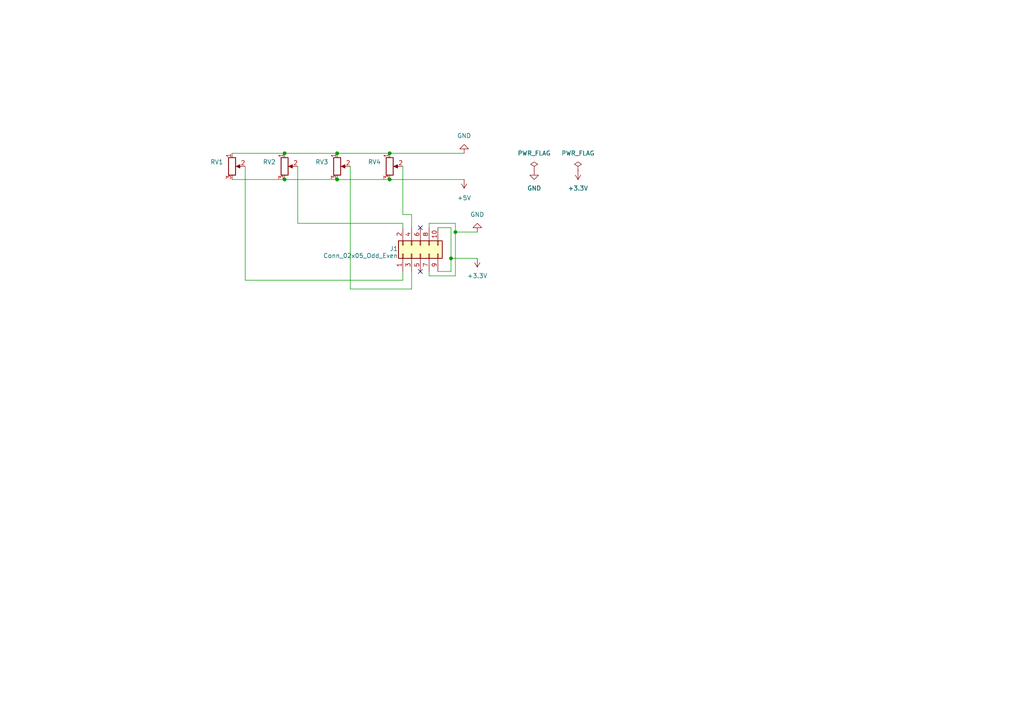
<source format=kicad_sch>
(kicad_sch (version 20231120) (generator "eeschema") (generator_version "8.0")
  (paper "A4")
  (title_block (title "knobs_1x4"))
  (lib_symbols
    (symbol "Connector_Generic:Conn_02x05_Odd_Even" (pin_names (offset 1.016) hide)
      (property "Reference" "J" (at 1.27 7.62 0))
      (property "Value" "Conn_02x05_Odd_Even" (at 1.27 -7.62 0))
      (symbol "Conn_02x05_Odd_Even_1_1"
        (rectangle (start -1.27 -4.953) (end 0 -5.207) (stroke (width 0.1524)))
        (rectangle (start -1.27 -2.413) (end 0 -2.667) (stroke (width 0.1524)))
        (rectangle (start -1.27 0.127) (end 0 -0.127) (stroke (width 0.1524)))
        (rectangle (start -1.27 2.667) (end 0 2.413) (stroke (width 0.1524)))
        (rectangle (start -1.27 5.207) (end 0 4.953) (stroke (width 0.1524)))
        (rectangle (start -1.27 6.35) (end 3.81 -6.35) (stroke (width 0.254)) (fill (type background)))
        (rectangle (start 3.81 -4.953) (end 2.54 -5.207) (stroke (width 0.1524)))
        (rectangle (start 3.81 -2.413) (end 2.54 -2.667) (stroke (width 0.1524)))
        (rectangle (start 3.81 0.127) (end 2.54 -0.127) (stroke (width 0.1524)))
        (rectangle (start 3.81 2.667) (end 2.54 2.413) (stroke (width 0.1524)))
        (rectangle (start 3.81 5.207) (end 2.54 4.953) (stroke (width 0.1524)))
        (pin passive line (at -5.08 5.08 0) (length 3.81) (name "Pin_1") (number "1"))
        (pin passive line (at 7.62 -5.08 180) (length 3.81) (name "Pin_10") (number "10"))
        (pin passive line (at 7.62 5.08 180) (length 3.81) (name "Pin_2") (number "2"))
        (pin passive line (at -5.08 2.54 0) (length 3.81) (name "Pin_3") (number "3"))
        (pin passive line (at 7.62 2.54 180) (length 3.81) (name "Pin_4") (number "4"))
        (pin passive line (at -5.08 0 0) (length 3.81) (name "Pin_5") (number "5"))
        (pin passive line (at 7.62 0 180) (length 3.81) (name "Pin_6") (number "6"))
        (pin passive line (at -5.08 -2.54 0) (length 3.81) (name "Pin_7") (number "7"))
        (pin passive line (at 7.62 -2.54 180) (length 3.81) (name "Pin_8") (number "8"))
        (pin passive line (at -5.08 -5.08 0) (length 3.81) (name "Pin_9") (number "9"))
      )
    )
    (symbol "Device:R_Potentiometer" (pin_names (offset 1.016) hide)
      (property "Reference" "RV" (at -4.445 0 90))
      (property "Value" "R_Potentiometer" (at -2.54 0 90))
      (symbol "R_Potentiometer_0_1"
        (polyline (pts (xy 2.54 0) (xy 1.524 0)))
        (polyline (pts (xy 1.143 0) (xy 2.286 0.508) (xy 2.286 -0.508) (xy 1.143 0)) (fill (type outline)))
        (rectangle (start 1.016 2.54) (end -1.016 -2.54) (stroke (width 0.254)))
      )
      (symbol "R_Potentiometer_1_1"
        (pin passive line (at 0 3.81 270) (length 1.27) (name "1") (number "1"))
        (pin passive line (at 3.81 0 180) (length 1.27) (name "2") (number "2"))
        (pin passive line (at 0 -3.81 90) (length 1.27) (name "3") (number "3"))
      )
    )
    (symbol "power:+3.3V" (power) (pin_numbers hide) (pin_names (offset 0) hide)
      (property "Value" "+3.3V" (at 0 3.556 0))
      (symbol "+3.3V_0_1"
        (polyline (pts (xy -0.762 1.27) (xy 0 2.54)))
        (polyline (pts (xy 0 0) (xy 0 2.54)))
        (polyline (pts (xy 0 2.54) (xy 0.762 1.27)))
      )
      (symbol "+3.3V_1_1"
        (pin power_in line (at 0 0 90) (length 0) (name "~") (number "1"))
      )
    )
    (symbol "power:+5V" (power) (pin_numbers hide) (pin_names (offset 0) hide)
      (property "Value" "+5V" (at 0 3.556 0))
      (symbol "+5V_0_1"
        (polyline (pts (xy -0.762 1.27) (xy 0 2.54)))
        (polyline (pts (xy 0 0) (xy 0 2.54)))
        (polyline (pts (xy 0 2.54) (xy 0.762 1.27)))
      )
      (symbol "+5V_1_1"
        (pin power_in line (at 0 0 90) (length 0) (name "~") (number "1"))
      )
    )
    (symbol "power:GND" (power) (pin_numbers hide) (pin_names (offset 0) hide)
      (property "Value" "GND" (at 0 -3.81 0))
      (symbol "GND_0_1"
        (polyline (pts (xy 0 0) (xy 0 -1.27) (xy 1.27 -1.27) (xy 0 -2.54) (xy -1.27 -1.27) (xy 0 -1.27)))
      )
      (symbol "GND_1_1"
        (pin power_in line (at 0 0 270) (length 0) (name "~") (number "1"))
      )
    )
    (symbol "power:PWR_FLAG" (power) (pin_numbers hide) (pin_names (offset 0) hide)
      (property "Value" "PWR_FLAG" (at 0 3.81 0))
      (symbol "PWR_FLAG_0_0"
        (pin power_out line (at 0 0 90) (length 0) (name "~") (number "1"))
      )
      (symbol "PWR_FLAG_0_1"
        (polyline (pts (xy 0 0) (xy 0 1.27) (xy -1.016 1.905) (xy 0 2.54) (xy 1.016 1.905) (xy 0 1.27)))
      )
    )
  )
  (junction (at 130.81 74.93))
  (junction (at 82.55 52.07))
  (junction (at 97.79 52.07))
  (junction (at 82.55 44.45))
  (junction (at 132.08 67.31))
  (junction (at 97.79 44.45))
  (junction (at 113.03 44.45))
  (junction (at 113.03 52.07))
  (no_connect (at 121.92 78.74))
  (no_connect (at 121.92 66.04))
  (wire (pts (xy 86.36 64.77) (xy 116.84 64.77)))
  (wire (pts (xy 101.6 48.26) (xy 101.6 83.82)))
  (wire (pts (xy 97.79 52.07) (xy 113.03 52.07)))
  (wire (pts (xy 116.84 62.23) (xy 116.84 48.26)))
  (wire (pts (xy 127 66.04) (xy 130.81 66.04)))
  (wire (pts (xy 113.03 44.45) (xy 134.62 44.45)))
  (wire (pts (xy 130.81 66.04) (xy 130.81 74.93)))
  (wire (pts (xy 67.31 52.07) (xy 82.55 52.07)))
  (wire (pts (xy 86.36 48.26) (xy 86.36 64.77)))
  (wire (pts (xy 124.46 64.77) (xy 124.46 66.04)))
  (wire (pts (xy 67.31 44.45) (xy 82.55 44.45)))
  (wire (pts (xy 97.79 44.45) (xy 113.03 44.45)))
  (wire (pts (xy 124.46 78.74) (xy 124.46 80.01)))
  (wire (pts (xy 82.55 44.45) (xy 97.79 44.45)))
  (wire (pts (xy 132.08 67.31) (xy 132.08 64.77)))
  (wire (pts (xy 130.81 74.93) (xy 130.81 78.74)))
  (wire (pts (xy 71.12 48.26) (xy 71.12 81.28)))
  (wire (pts (xy 116.84 81.28) (xy 116.84 78.74)))
  (wire (pts (xy 119.38 62.23) (xy 116.84 62.23)))
  (wire (pts (xy 124.46 80.01) (xy 132.08 80.01)))
  (wire (pts (xy 119.38 66.04) (xy 119.38 62.23)))
  (wire (pts (xy 82.55 52.07) (xy 97.79 52.07)))
  (wire (pts (xy 132.08 80.01) (xy 132.08 67.31)))
  (wire (pts (xy 116.84 64.77) (xy 116.84 66.04)))
  (wire (pts (xy 113.03 52.07) (xy 134.62 52.07)))
  (wire (pts (xy 119.38 83.82) (xy 119.38 78.74)))
  (wire (pts (xy 101.6 83.82) (xy 119.38 83.82)))
  (wire (pts (xy 132.08 64.77) (xy 124.46 64.77)))
  (wire (pts (xy 130.81 78.74) (xy 127 78.74)))
  (wire (pts (xy 130.81 74.93) (xy 138.43 74.93)))
  (wire (pts (xy 132.08 67.31) (xy 138.43 67.31)))
  (wire (pts (xy 71.12 81.28) (xy 116.84 81.28)))
  (symbol (lib_id "Device:R_Potentiometer") (at 67.31 48.26 0) (unit 1)
    (property "Reference" "RV1" (at 64.77 46.9899 0) (effects (justify right)))
    (property "Value" "R_Potentiometer" (effects (hide yes)))
    (property "Footprint" "eurorack_benjiao:Potentiometer_RV09" (effects (hide yes)))
    (property "Description" "Potentiometer" (effects (hide yes)))
  )
  (symbol (lib_id "Device:R_Potentiometer") (at 82.55 48.26 0) (unit 1)
    (property "Reference" "RV2" (at 80.01 46.9899 0) (effects (justify right)))
    (property "Value" "R_Potentiometer" (effects (hide yes)))
    (property "Footprint" "eurorack_benjiao:Potentiometer_RV09" (effects (hide yes)))
    (property "Description" "Potentiometer" (effects (hide yes)))
  )
  (symbol (lib_id "power:+5V") (at 134.62 52.07 180) (unit 1)
    (property "Reference" "#PWR2" (effects (hide yes)))
    (property "Value" "+5V" (at 134.62 57.404 0))
    (property "Description" "Power symbol creates a global label with name \"+5V\"" (effects (hide yes)))
  )
  (symbol (lib_id "Device:R_Potentiometer") (at 113.03 48.26 0) (unit 1)
    (property "Reference" "RV4" (at 110.49 46.9899 0) (effects (justify right)))
    (property "Value" "R_Potentiometer" (effects (hide yes)))
    (property "Footprint" "eurorack_benjiao:Potentiometer_RV09" (effects (hide yes)))
    (property "Description" "Potentiometer" (effects (hide yes)))
  )
  (symbol (lib_id "power:GND") (at 134.62 44.45 180) (unit 1)
    (property "Reference" "#PWR1" (effects (hide yes)))
    (property "Value" "GND" (at 134.62 39.37 0))
    (property "Description" "Power symbol creates a global label with name \"GND\" , ground" (effects (hide yes)))
  )
  (symbol (lib_id "Connector_Generic:Conn_02x05_Odd_Even") (at 121.92 73.66 90) (unit 1)
    (property "Reference" "J1" (at 113.03 72.136 90) (effects (justify right)))
    (property "Value" "Conn_02x05_Odd_Even" (at 93.726 74.168 90) (effects (justify right)))
    (property "Footprint" "Connector_PinHeader_2.54mm:PinHeader_2x05_P2.54mm_Horizontal" (effects (hide yes)))
    (property "Description" "Generic connector, double row, 02x05, odd/even pin numbering scheme (row 1 odd numbers, row 2 even numbers), script generated (kicad-library-utils/schlib/autogen/connector/)" (effects (hide yes)))
  )
  (symbol (lib_id "power:PWR_FLAG") (at 154.94 49.53 0) (unit 1)
    (property "Reference" "#FLG1" (effects (hide yes)))
    (property "Value" "PWR_FLAG" (at 154.94 44.45 0))
    (property "Description" "Special symbol for telling ERC where power comes from" (effects (hide yes)))
  )
  (symbol (lib_id "power:+3.3V") (at 167.64 49.53 180) (unit 1)
    (property "Reference" "#PWR4" (effects (hide yes)))
    (property "Value" "+3.3V" (at 167.64 54.61 0))
    (property "Description" "Power symbol creates a global label with name \"+3.3V\"" (effects (hide yes)))
  )
  (symbol (lib_id "Device:R_Potentiometer") (at 97.79 48.26 0) (unit 1)
    (property "Reference" "RV3" (at 95.25 46.9899 0) (effects (justify right)))
    (property "Value" "R_Potentiometer" (effects (hide yes)))
    (property "Footprint" "eurorack_benjiao:Potentiometer_RV09" (effects (hide yes)))
    (property "Description" "Potentiometer" (effects (hide yes)))
  )
  (symbol (lib_id "power:+3.3V") (at 138.43 74.93 180) (unit 1)
    (property "Reference" "#PWR6" (effects (hide yes)))
    (property "Value" "+3.3V" (at 138.43 80.01 0))
    (property "Description" "Power symbol creates a global label with name \"+3.3V\"" (effects (hide yes)))
  )
  (symbol (lib_id "power:GND") (at 154.94 49.53 0) (unit 1)
    (property "Reference" "#PWR3" (effects (hide yes)))
    (property "Value" "GND" (at 154.94 54.61 0))
    (property "Description" "Power symbol creates a global label with name \"GND\" , ground" (effects (hide yes)))
  )
  (symbol (lib_id "power:PWR_FLAG") (at 167.64 49.53 0) (unit 1)
    (property "Reference" "#FLG2" (effects (hide yes)))
    (property "Value" "PWR_FLAG" (at 167.64 44.45 0))
    (property "Description" "Special symbol for telling ERC where power comes from" (effects (hide yes)))
  )
  (symbol (lib_id "power:GND") (at 138.43 67.31 180) (unit 1)
    (property "Reference" "#PWR5" (effects (hide yes)))
    (property "Value" "GND" (at 138.43 62.23 0))
    (property "Description" "Power symbol creates a global label with name \"GND\" , ground" (effects (hide yes)))
  )
)
</source>
